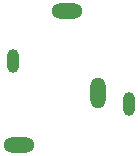
<source format=gbr>
%TF.GenerationSoftware,KiCad,Pcbnew,6.0.2+dfsg-1*%
%TF.CreationDate,2023-07-31T08:36:05-05:00*%
%TF.ProjectId,DrumPCB,4472756d-5043-4422-9e6b-696361645f70,rev?*%
%TF.SameCoordinates,Original*%
%TF.FileFunction,Soldermask,Bot*%
%TF.FilePolarity,Negative*%
%FSLAX46Y46*%
G04 Gerber Fmt 4.6, Leading zero omitted, Abs format (unit mm)*
G04 Created by KiCad (PCBNEW 6.0.2+dfsg-1) date 2023-07-31 08:36:05*
%MOMM*%
%LPD*%
G01*
G04 APERTURE LIST*
%ADD10O,2.616000X1.308000*%
%ADD11O,1.008000X2.016000*%
%ADD12O,1.308000X2.616000*%
G04 APERTURE END LIST*
D10*
%TO.C,J2*%
X133437500Y-83980000D03*
D11*
X138637500Y-91880000D03*
D12*
X136037500Y-90880000D03*
D10*
X129337500Y-95280000D03*
D11*
X128837500Y-88180000D03*
%TD*%
M02*

</source>
